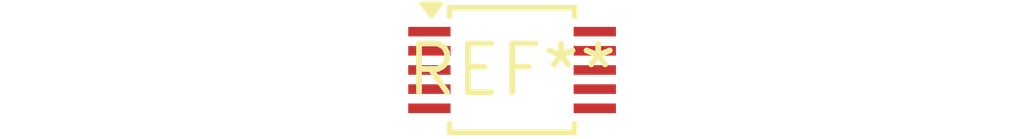
<source format=kicad_pcb>
(kicad_pcb (version 20240108) (generator pcbnew)
  (layers (0 "F.Cu" signal) (31 "B.Cu" signal) (34 "B.Paste" user) (35 "F.Paste" user) (36 "B.SilkS" user "B.Silkscreen") (37 "F.SilkS" user "F.Silkscreen") (38 "B.Mask" user) (39 "F.Mask" user) (44 "Edge.Cuts" user))
  (net 0 "")
  (footprint "TSSOP-10_3x3mm_P0.5mm" (layer "F.Cu") (at 0 0)
    (property "Reference" "REF**")
    (property "Value" "TSSOP-10_3x3mm_P0.5mm")
    (fp_line (start -1.625 -1.625) (end -1.625 -1.4) (layer "F.SilkS") (stroke (width 0.15)))
    (fp_line (start -1.625 -1.625) (end 1.625 -1.625) (layer "F.SilkS") (stroke (width 0.15)))
    (fp_line (start -1.625 1.625) (end -1.625 1.4) (layer "F.SilkS") (stroke (width 0.15)))
    (fp_line (start -1.625 1.625) (end 1.625 1.625) (layer "F.SilkS") (stroke (width 0.15)))
    (fp_line (start 1.625 -1.625) (end 1.625 -1.4) (layer "F.SilkS") (stroke (width 0.15)))
    (fp_line (start 1.625 1.625) (end 1.625 1.4) (layer "F.SilkS") (stroke (width 0.15)))
    (fp_poly (pts (xy -2.1 -1.4) (xy -2.34 -1.73) (xy -1.86 -1.73) (xy -2.1 -1.4)) (layer "F.SilkS") (stroke (width 0.12)) (fill solid))
    (pad "1" smd rect (at -2.15 -1) (size 1.1 0.25) (layers "F.Cu" "F.Paste" "F.Mask"))
    (pad "2" smd rect (at -2.15 -0.5) (size 1.1 0.25) (layers "F.Cu" "F.Paste" "F.Mask"))
    (pad "3" smd rect (at -2.15 0) (size 1.1 0.25) (layers "F.Cu" "F.Paste" "F.Mask"))
    (pad "4" smd rect (at -2.15 0.5) (size 1.1 0.25) (layers "F.Cu" "F.Paste" "F.Mask"))
    (pad "5" smd rect (at -2.15 1) (size 1.1 0.25) (layers "F.Cu" "F.Paste" "F.Mask"))
    (pad "6" smd rect (at 2.15 1) (size 1.1 0.25) (layers "F.Cu" "F.Paste" "F.Mask"))
    (pad "7" smd rect (at 2.15 0.5) (size 1.1 0.25) (layers "F.Cu" "F.Paste" "F.Mask"))
    (pad "8" smd rect (at 2.15 0) (size 1.1 0.25) (layers "F.Cu" "F.Paste" "F.Mask"))
    (pad "9" smd rect (at 2.15 -0.5) (size 1.1 0.25) (layers "F.Cu" "F.Paste" "F.Mask"))
    (pad "10" smd rect (at 2.15 -1) (size 1.1 0.25) (layers "F.Cu" "F.Paste" "F.Mask"))
  )
)
</source>
